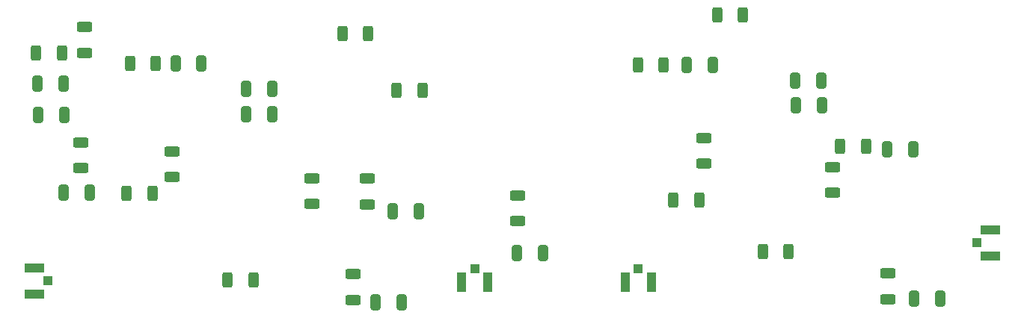
<source format=gbr>
%TF.GenerationSoftware,KiCad,Pcbnew,(6.0.7)*%
%TF.CreationDate,2023-01-05T20:50:53-05:00*%
%TF.ProjectId,Phoenix612_Stage_1_PA_Testing_v1,50686f65-6e69-4783-9631-325f53746167,rev?*%
%TF.SameCoordinates,Original*%
%TF.FileFunction,Paste,Top*%
%TF.FilePolarity,Positive*%
%FSLAX46Y46*%
G04 Gerber Fmt 4.6, Leading zero omitted, Abs format (unit mm)*
G04 Created by KiCad (PCBNEW (6.0.7)) date 2023-01-05 20:50:53*
%MOMM*%
%LPD*%
G01*
G04 APERTURE LIST*
G04 Aperture macros list*
%AMRoundRect*
0 Rectangle with rounded corners*
0 $1 Rounding radius*
0 $2 $3 $4 $5 $6 $7 $8 $9 X,Y pos of 4 corners*
0 Add a 4 corners polygon primitive as box body*
4,1,4,$2,$3,$4,$5,$6,$7,$8,$9,$2,$3,0*
0 Add four circle primitives for the rounded corners*
1,1,$1+$1,$2,$3*
1,1,$1+$1,$4,$5*
1,1,$1+$1,$6,$7*
1,1,$1+$1,$8,$9*
0 Add four rect primitives between the rounded corners*
20,1,$1+$1,$2,$3,$4,$5,0*
20,1,$1+$1,$4,$5,$6,$7,0*
20,1,$1+$1,$6,$7,$8,$9,0*
20,1,$1+$1,$8,$9,$2,$3,0*%
G04 Aperture macros list end*
%ADD10RoundRect,0.250000X0.625000X-0.312500X0.625000X0.312500X-0.625000X0.312500X-0.625000X-0.312500X0*%
%ADD11RoundRect,0.250000X0.325000X0.650000X-0.325000X0.650000X-0.325000X-0.650000X0.325000X-0.650000X0*%
%ADD12R,1.000000X1.050000*%
%ADD13R,1.050000X2.200000*%
%ADD14R,1.050000X1.000000*%
%ADD15R,2.200000X1.050000*%
%ADD16RoundRect,0.250000X-0.325000X-0.650000X0.325000X-0.650000X0.325000X0.650000X-0.325000X0.650000X0*%
%ADD17RoundRect,0.250000X-0.625000X0.312500X-0.625000X-0.312500X0.625000X-0.312500X0.625000X0.312500X0*%
%ADD18RoundRect,0.250000X-0.312500X-0.625000X0.312500X-0.625000X0.312500X0.625000X-0.312500X0.625000X0*%
%ADD19RoundRect,0.250000X0.312500X0.625000X-0.312500X0.625000X-0.312500X-0.625000X0.312500X-0.625000X0*%
G04 APERTURE END LIST*
D10*
%TO.C,R8*%
X42354500Y-43740800D03*
X42354500Y-40815800D03*
%TD*%
D11*
%TO.C,C4*%
X53633900Y-36563300D03*
X50683900Y-36563300D03*
%TD*%
D10*
%TO.C,R14*%
X102527100Y-42216800D03*
X102527100Y-39291800D03*
%TD*%
D12*
%TO.C,U6*%
X95084900Y-54088300D03*
D13*
X93609900Y-55613300D03*
X96559900Y-55613300D03*
%TD*%
D14*
%TO.C,U3*%
X28232100Y-55511700D03*
D15*
X26707100Y-54036700D03*
X26707100Y-56986700D03*
%TD*%
D16*
%TO.C,C12*%
X65365100Y-57950100D03*
X68315100Y-57950100D03*
%TD*%
%TO.C,C7*%
X112837700Y-32804100D03*
X115787700Y-32804100D03*
%TD*%
%TO.C,C14*%
X126299700Y-57492900D03*
X129249700Y-57492900D03*
%TD*%
D17*
%TO.C,R10*%
X62776100Y-54724300D03*
X62776100Y-57649300D03*
%TD*%
%TO.C,R16*%
X123380500Y-54633400D03*
X123380500Y-57558400D03*
%TD*%
D18*
%TO.C,R15*%
X109192600Y-52133500D03*
X112117600Y-52133500D03*
%TD*%
%TO.C,R9*%
X48602900Y-55359300D03*
X51527900Y-55359300D03*
%TD*%
D16*
%TO.C,C15*%
X67320900Y-47586900D03*
X70270900Y-47586900D03*
%TD*%
%TO.C,C1*%
X123253500Y-40601900D03*
X126203500Y-40601900D03*
%TD*%
D19*
%TO.C,R5*%
X29872400Y-29654500D03*
X26947400Y-29654500D03*
%TD*%
D11*
%TO.C,C16*%
X84291700Y-52362100D03*
X81341700Y-52362100D03*
%TD*%
D16*
%TO.C,C8*%
X42708300Y-30873700D03*
X45658300Y-30873700D03*
%TD*%
D11*
%TO.C,C11*%
X30062700Y-33083500D03*
X27112700Y-33083500D03*
%TD*%
%TO.C,C5*%
X30138900Y-36664900D03*
X27188900Y-36664900D03*
%TD*%
D10*
%TO.C,R7*%
X32016700Y-42724800D03*
X32016700Y-39799800D03*
%TD*%
D16*
%TO.C,C6*%
X30033700Y-45453300D03*
X32983700Y-45453300D03*
%TD*%
D18*
%TO.C,R3*%
X37183600Y-45605700D03*
X40108600Y-45605700D03*
%TD*%
D12*
%TO.C,U4*%
X76591900Y-54088300D03*
D13*
X75116900Y-55613300D03*
X78066900Y-55613300D03*
%TD*%
D17*
%TO.C,R20*%
X64376300Y-43889200D03*
X64376300Y-46814200D03*
%TD*%
D18*
%TO.C,R2*%
X104011000Y-25336500D03*
X106936000Y-25336500D03*
%TD*%
D11*
%TO.C,C2*%
X53684700Y-33718500D03*
X50734700Y-33718500D03*
%TD*%
D18*
%TO.C,R18*%
X117955600Y-40195500D03*
X120880600Y-40195500D03*
%TD*%
D17*
%TO.C,R11*%
X58127900Y-43863800D03*
X58127900Y-46788800D03*
%TD*%
%TO.C,R4*%
X32423100Y-26693400D03*
X32423100Y-29618400D03*
%TD*%
D19*
%TO.C,R19*%
X70664800Y-33845500D03*
X67739800Y-33845500D03*
%TD*%
%TO.C,R1*%
X64532700Y-27444700D03*
X61607700Y-27444700D03*
%TD*%
D14*
%TO.C,U5*%
X133412500Y-51193700D03*
D15*
X134937500Y-52668700D03*
X134937500Y-49718700D03*
%TD*%
D16*
%TO.C,C13*%
X100544100Y-30975300D03*
X103494100Y-30975300D03*
%TD*%
D18*
%TO.C,R6*%
X37564600Y-30873700D03*
X40489600Y-30873700D03*
%TD*%
%TO.C,R13*%
X95044800Y-30975300D03*
X97969800Y-30975300D03*
%TD*%
D17*
%TO.C,R17*%
X117081300Y-42568400D03*
X117081300Y-45493400D03*
%TD*%
%TO.C,R21*%
X81394300Y-45794200D03*
X81394300Y-48719200D03*
%TD*%
D16*
%TO.C,C10*%
X112964700Y-35598100D03*
X115914700Y-35598100D03*
%TD*%
D18*
%TO.C,R12*%
X99058000Y-46367700D03*
X101983000Y-46367700D03*
%TD*%
M02*

</source>
